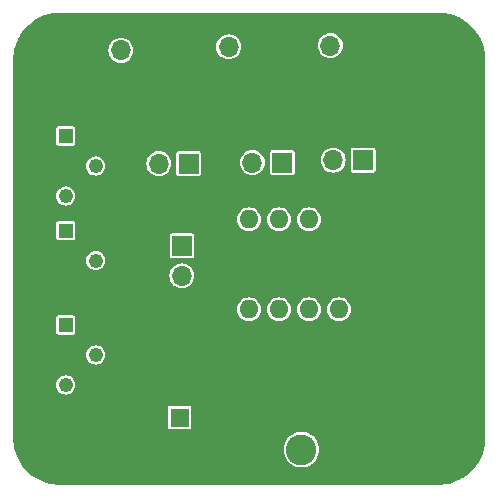
<source format=gbr>
%TF.GenerationSoftware,KiCad,Pcbnew,8.0.5*%
%TF.CreationDate,2024-09-29T15:37:39+05:30*%
%TF.ProjectId,waveform_generator,77617665-666f-4726-9d5f-67656e657261,rev?*%
%TF.SameCoordinates,Original*%
%TF.FileFunction,Copper,L2,Bot*%
%TF.FilePolarity,Positive*%
%FSLAX46Y46*%
G04 Gerber Fmt 4.6, Leading zero omitted, Abs format (unit mm)*
G04 Created by KiCad (PCBNEW 8.0.5) date 2024-09-29 15:37:39*
%MOMM*%
%LPD*%
G01*
G04 APERTURE LIST*
%TA.AperFunction,ComponentPad*%
%ADD10R,2.600000X2.600000*%
%TD*%
%TA.AperFunction,ComponentPad*%
%ADD11C,2.600000*%
%TD*%
%TA.AperFunction,ComponentPad*%
%ADD12C,0.700000*%
%TD*%
%TA.AperFunction,ComponentPad*%
%ADD13C,4.400000*%
%TD*%
%TA.AperFunction,ComponentPad*%
%ADD14R,1.700000X1.700000*%
%TD*%
%TA.AperFunction,ComponentPad*%
%ADD15O,1.700000X1.700000*%
%TD*%
%TA.AperFunction,ComponentPad*%
%ADD16R,1.222000X1.222000*%
%TD*%
%TA.AperFunction,ComponentPad*%
%ADD17C,1.222000*%
%TD*%
%TA.AperFunction,ComponentPad*%
%ADD18R,1.600000X1.600000*%
%TD*%
%TA.AperFunction,ComponentPad*%
%ADD19O,1.600000X1.600000*%
%TD*%
%TA.AperFunction,ComponentPad*%
%ADD20C,1.600000*%
%TD*%
%TA.AperFunction,ViaPad*%
%ADD21C,0.600000*%
%TD*%
%TA.AperFunction,Conductor*%
%ADD22C,0.200000*%
%TD*%
G04 APERTURE END LIST*
D10*
%TO.P,J4,1,Pin_1*%
%TO.N,GND*%
X209500000Y-87000000D03*
D11*
%TO.P,J4,2,Pin_2*%
%TO.N,Net-(D1-A)*%
X204420000Y-87000000D03*
%TD*%
D12*
%TO.P,H4,1,1*%
%TO.N,GND*%
X181700000Y-86166726D03*
X182183274Y-85000000D03*
X182183274Y-87333452D03*
X183350000Y-84516726D03*
D13*
X183350000Y-86166726D03*
D12*
X183350000Y-87816726D03*
X184516726Y-85000000D03*
X184516726Y-87333452D03*
X185000000Y-86166726D03*
%TD*%
D14*
%TO.P,JP4,1,A*%
%TO.N,PWM_OUT*%
X209640000Y-62500000D03*
D15*
%TO.P,JP4,2,B*%
%TO.N,Net-(JP4-B)*%
X207100000Y-62500000D03*
%TD*%
D14*
%TO.P,J1,1,Pin_1*%
%TO.N,GND*%
X191675000Y-53200000D03*
D15*
%TO.P,J1,2,Pin_2*%
%TO.N,Net-(J1-Pin_2)*%
X189135000Y-53200000D03*
%TD*%
D14*
%TO.P,J2,1,Pin_1*%
%TO.N,GND*%
X200800000Y-52900000D03*
D15*
%TO.P,J2,2,Pin_2*%
%TO.N,Net-(J2-Pin_2)*%
X198260000Y-52900000D03*
%TD*%
D16*
%TO.P,RV4,1,1*%
%TO.N,Net-(D2-A)*%
X184460000Y-76460000D03*
D17*
%TO.P,RV4,2,2*%
%TO.N,Net-(D2-K)*%
X187000000Y-79000000D03*
%TO.P,RV4,3,3*%
X184460000Y-81540000D03*
%TD*%
D18*
%TO.P,U1,1,GND*%
%TO.N,GND*%
X207600000Y-67500000D03*
D19*
%TO.P,U1,2,TRIG*%
%TO.N,Net-(D2-K)*%
X205060000Y-67500000D03*
%TO.P,U1,3,out*%
%TO.N,PWM_OUT*%
X202520000Y-67500000D03*
%TO.P,U1,4,~{RESET}*%
%TO.N,VCC*%
X199980000Y-67500000D03*
%TO.P,U1,5,CONT*%
%TO.N,Net-(JP1-B)*%
X199980000Y-75120000D03*
%TO.P,U1,6,THRES*%
%TO.N,Net-(D2-K)*%
X202520000Y-75120000D03*
%TO.P,U1,7,DISCH*%
%TO.N,Net-(D2-A)*%
X205060000Y-75120000D03*
%TO.P,U1,8,Vcc*%
%TO.N,VCC*%
X207600000Y-75120000D03*
%TD*%
D12*
%TO.P,H2,1,1*%
%TO.N,GND*%
X214683274Y-85766726D03*
X215166548Y-84600000D03*
X215166548Y-86933452D03*
X216333274Y-84116726D03*
D13*
X216333274Y-85766726D03*
D12*
X216333274Y-87416726D03*
X217500000Y-84600000D03*
X217500000Y-86933452D03*
X217983274Y-85766726D03*
%TD*%
D16*
%TO.P,RV2,1,1*%
%TO.N,Net-(R1-Pad2)*%
X184460000Y-68460000D03*
D17*
%TO.P,RV2,2,2*%
%TO.N,Net-(JP1-A)*%
X187000000Y-71000000D03*
%TO.P,RV2,3,3*%
%TO.N,GND*%
X184460000Y-73540000D03*
%TD*%
D14*
%TO.P,JP2,1,A*%
%TO.N,PWM_OUT*%
X194875000Y-62800000D03*
D15*
%TO.P,JP2,2,B*%
%TO.N,Net-(J1-Pin_2)*%
X192335000Y-62800000D03*
%TD*%
D16*
%TO.P,RV1,1,1*%
%TO.N,VCC*%
X184460000Y-60460000D03*
D17*
%TO.P,RV1,2,2*%
%TO.N,Net-(D2-A)*%
X187000000Y-63000000D03*
%TO.P,RV1,3,3*%
%TO.N,unconnected-(RV1-Pad3)*%
X184460000Y-65540000D03*
%TD*%
D14*
%TO.P,JP3,1,A*%
%TO.N,PWM_OUT*%
X202800000Y-62700000D03*
D15*
%TO.P,JP3,2,B*%
%TO.N,Net-(JP3-B)*%
X200260000Y-62700000D03*
%TD*%
D18*
%TO.P,C7,1*%
%TO.N,VCC*%
X194100000Y-84294888D03*
D20*
%TO.P,C7,2*%
%TO.N,GND*%
X194100000Y-86794888D03*
%TD*%
D12*
%TO.P,H1,1,1*%
%TO.N,GND*%
X181716726Y-53533274D03*
X182200000Y-52366548D03*
X182200000Y-54700000D03*
X183366726Y-51883274D03*
D13*
X183366726Y-53533274D03*
D12*
X183366726Y-55183274D03*
X184533452Y-52366548D03*
X184533452Y-54700000D03*
X185016726Y-53533274D03*
%TD*%
D14*
%TO.P,JP1,1,A*%
%TO.N,Net-(JP1-A)*%
X194300000Y-69760000D03*
D15*
%TO.P,JP1,2,B*%
%TO.N,Net-(JP1-B)*%
X194300000Y-72300000D03*
%TD*%
D14*
%TO.P,J3,1,Pin_1*%
%TO.N,GND*%
X209400000Y-52800000D03*
D15*
%TO.P,J3,2,Pin_2*%
%TO.N,Net-(J3-Pin_2)*%
X206860000Y-52800000D03*
%TD*%
D12*
%TO.P,H3,1,1*%
%TO.N,GND*%
X214700000Y-53600000D03*
X215183274Y-52433274D03*
X215183274Y-54766726D03*
X216350000Y-51950000D03*
D13*
X216350000Y-53600000D03*
D12*
X216350000Y-55250000D03*
X217516726Y-52433274D03*
X217516726Y-54766726D03*
X218000000Y-53600000D03*
%TD*%
D21*
%TO.N,GND*%
X196500000Y-80000000D03*
%TD*%
D22*
%TO.N,Net-(J3-Pin_2)*%
X206860000Y-52800000D02*
X206800000Y-52800000D01*
%TD*%
%TA.AperFunction,Conductor*%
%TO.N,GND*%
G36*
X216000733Y-50000008D02*
G01*
X216191077Y-50002343D01*
X216201681Y-50002930D01*
X216581224Y-50040312D01*
X216593249Y-50042096D01*
X216966527Y-50116345D01*
X216978329Y-50119301D01*
X217342544Y-50229785D01*
X217354002Y-50233885D01*
X217705627Y-50379532D01*
X217716626Y-50384734D01*
X218052282Y-50564147D01*
X218062713Y-50570399D01*
X218379169Y-50781849D01*
X218388942Y-50789097D01*
X218683148Y-51030544D01*
X218692165Y-51038717D01*
X218961282Y-51307834D01*
X218969455Y-51316851D01*
X219210902Y-51611057D01*
X219218150Y-51620830D01*
X219429600Y-51937286D01*
X219435856Y-51947724D01*
X219615264Y-52283372D01*
X219620467Y-52294372D01*
X219766114Y-52645997D01*
X219770214Y-52657455D01*
X219880698Y-53021670D01*
X219883654Y-53033474D01*
X219957902Y-53406744D01*
X219959688Y-53418781D01*
X219997068Y-53798304D01*
X219997656Y-53808937D01*
X219999991Y-53999266D01*
X220000000Y-54000787D01*
X220000000Y-85999212D01*
X219999991Y-86000733D01*
X219997656Y-86191062D01*
X219997068Y-86201695D01*
X219959688Y-86581218D01*
X219957902Y-86593255D01*
X219883654Y-86966525D01*
X219880698Y-86978329D01*
X219770214Y-87342544D01*
X219766114Y-87354002D01*
X219620467Y-87705627D01*
X219615264Y-87716627D01*
X219435856Y-88052275D01*
X219429600Y-88062713D01*
X219218150Y-88379169D01*
X219210902Y-88388942D01*
X218969455Y-88683148D01*
X218961282Y-88692165D01*
X218692165Y-88961282D01*
X218683148Y-88969455D01*
X218388942Y-89210902D01*
X218379169Y-89218150D01*
X218062713Y-89429600D01*
X218052275Y-89435856D01*
X217716627Y-89615264D01*
X217705627Y-89620467D01*
X217354002Y-89766114D01*
X217342544Y-89770214D01*
X216978329Y-89880698D01*
X216966525Y-89883654D01*
X216593255Y-89957902D01*
X216581218Y-89959688D01*
X216201695Y-89997068D01*
X216191062Y-89997656D01*
X216000734Y-89999991D01*
X215999213Y-90000000D01*
X184000787Y-90000000D01*
X183999266Y-89999991D01*
X183808937Y-89997656D01*
X183798304Y-89997068D01*
X183418781Y-89959688D01*
X183406744Y-89957902D01*
X183033474Y-89883654D01*
X183021670Y-89880698D01*
X182657455Y-89770214D01*
X182645997Y-89766114D01*
X182294372Y-89620467D01*
X182283372Y-89615264D01*
X181947724Y-89435856D01*
X181937286Y-89429600D01*
X181620830Y-89218150D01*
X181611057Y-89210902D01*
X181316851Y-88969455D01*
X181307834Y-88961282D01*
X181038717Y-88692165D01*
X181030544Y-88683148D01*
X180789097Y-88388942D01*
X180781849Y-88379169D01*
X180570399Y-88062713D01*
X180564143Y-88052275D01*
X180495996Y-87924782D01*
X180384734Y-87716626D01*
X180379532Y-87705627D01*
X180233885Y-87354002D01*
X180229785Y-87342544D01*
X180125873Y-86999994D01*
X202914357Y-86999994D01*
X202914357Y-87000005D01*
X202934890Y-87247812D01*
X202934892Y-87247824D01*
X202995936Y-87488881D01*
X203095826Y-87716606D01*
X203231833Y-87924782D01*
X203231836Y-87924785D01*
X203400256Y-88107738D01*
X203596491Y-88260474D01*
X203815190Y-88378828D01*
X204050386Y-88459571D01*
X204295665Y-88500500D01*
X204544335Y-88500500D01*
X204789614Y-88459571D01*
X205024810Y-88378828D01*
X205243509Y-88260474D01*
X205439744Y-88107738D01*
X205608164Y-87924785D01*
X205744173Y-87716607D01*
X205844063Y-87488881D01*
X205905108Y-87247821D01*
X205925643Y-87000000D01*
X205923847Y-86978329D01*
X205905109Y-86752187D01*
X205905107Y-86752175D01*
X205844063Y-86511118D01*
X205744173Y-86283393D01*
X205608166Y-86075217D01*
X205586557Y-86051744D01*
X205439744Y-85892262D01*
X205243509Y-85739526D01*
X205243507Y-85739525D01*
X205243506Y-85739524D01*
X205024811Y-85621172D01*
X205024802Y-85621169D01*
X204789616Y-85540429D01*
X204544335Y-85499500D01*
X204295665Y-85499500D01*
X204050383Y-85540429D01*
X203815197Y-85621169D01*
X203815188Y-85621172D01*
X203596493Y-85739524D01*
X203400257Y-85892261D01*
X203231833Y-86075217D01*
X203095826Y-86283393D01*
X202995936Y-86511118D01*
X202934892Y-86752175D01*
X202934890Y-86752187D01*
X202914357Y-86999994D01*
X180125873Y-86999994D01*
X180119301Y-86978329D01*
X180116345Y-86966525D01*
X180042097Y-86593255D01*
X180040311Y-86581218D01*
X180010978Y-86283393D01*
X180002930Y-86201681D01*
X180002343Y-86191075D01*
X180000009Y-86000732D01*
X180000000Y-85999212D01*
X180000000Y-83475135D01*
X193099500Y-83475135D01*
X193099500Y-85114640D01*
X193111131Y-85173117D01*
X193111132Y-85173118D01*
X193155447Y-85239440D01*
X193221769Y-85283755D01*
X193221770Y-85283756D01*
X193280247Y-85295387D01*
X193280250Y-85295388D01*
X193280252Y-85295388D01*
X194919750Y-85295388D01*
X194919751Y-85295387D01*
X194934568Y-85292440D01*
X194978229Y-85283756D01*
X194978229Y-85283755D01*
X194978231Y-85283755D01*
X195044552Y-85239440D01*
X195088867Y-85173119D01*
X195088867Y-85173117D01*
X195088868Y-85173117D01*
X195100499Y-85114640D01*
X195100500Y-85114638D01*
X195100500Y-83475137D01*
X195100499Y-83475135D01*
X195088868Y-83416658D01*
X195088867Y-83416657D01*
X195044552Y-83350335D01*
X194978230Y-83306020D01*
X194978229Y-83306019D01*
X194919752Y-83294388D01*
X194919748Y-83294388D01*
X193280252Y-83294388D01*
X193280247Y-83294388D01*
X193221770Y-83306019D01*
X193221769Y-83306020D01*
X193155447Y-83350335D01*
X193111132Y-83416657D01*
X193111131Y-83416658D01*
X193099500Y-83475135D01*
X180000000Y-83475135D01*
X180000000Y-81539997D01*
X183643365Y-81539997D01*
X183643365Y-81540002D01*
X183663838Y-81721713D01*
X183663839Y-81721716D01*
X183724237Y-81894326D01*
X183821529Y-82049164D01*
X183950836Y-82178471D01*
X184105675Y-82275763D01*
X184278282Y-82336160D01*
X184278283Y-82336160D01*
X184278286Y-82336161D01*
X184459997Y-82356635D01*
X184460000Y-82356635D01*
X184460003Y-82356635D01*
X184641713Y-82336161D01*
X184641714Y-82336160D01*
X184641718Y-82336160D01*
X184814325Y-82275763D01*
X184969164Y-82178471D01*
X185098471Y-82049164D01*
X185195763Y-81894325D01*
X185256160Y-81721718D01*
X185276635Y-81540000D01*
X185276635Y-81539997D01*
X185256161Y-81358286D01*
X185256160Y-81358283D01*
X185195762Y-81185673D01*
X185098470Y-81030835D01*
X184969164Y-80901529D01*
X184814326Y-80804237D01*
X184641716Y-80743839D01*
X184641713Y-80743838D01*
X184460003Y-80723365D01*
X184459997Y-80723365D01*
X184278286Y-80743838D01*
X184278283Y-80743839D01*
X184105673Y-80804237D01*
X183950835Y-80901529D01*
X183821529Y-81030835D01*
X183724237Y-81185673D01*
X183663839Y-81358283D01*
X183663838Y-81358286D01*
X183643365Y-81539997D01*
X180000000Y-81539997D01*
X180000000Y-78999997D01*
X186183365Y-78999997D01*
X186183365Y-79000002D01*
X186203838Y-79181713D01*
X186203839Y-79181716D01*
X186264237Y-79354326D01*
X186361529Y-79509164D01*
X186490836Y-79638471D01*
X186645675Y-79735763D01*
X186818282Y-79796160D01*
X186818283Y-79796160D01*
X186818286Y-79796161D01*
X186999997Y-79816635D01*
X187000000Y-79816635D01*
X187000003Y-79816635D01*
X187181713Y-79796161D01*
X187181714Y-79796160D01*
X187181718Y-79796160D01*
X187354325Y-79735763D01*
X187509164Y-79638471D01*
X187638471Y-79509164D01*
X187735763Y-79354325D01*
X187796160Y-79181718D01*
X187816635Y-79000000D01*
X187816635Y-78999997D01*
X187796161Y-78818286D01*
X187796160Y-78818283D01*
X187735762Y-78645673D01*
X187638470Y-78490835D01*
X187509164Y-78361529D01*
X187354326Y-78264237D01*
X187181716Y-78203839D01*
X187181713Y-78203838D01*
X187000003Y-78183365D01*
X186999997Y-78183365D01*
X186818286Y-78203838D01*
X186818283Y-78203839D01*
X186645673Y-78264237D01*
X186490835Y-78361529D01*
X186361529Y-78490835D01*
X186264237Y-78645673D01*
X186203839Y-78818283D01*
X186203838Y-78818286D01*
X186183365Y-78999997D01*
X180000000Y-78999997D01*
X180000000Y-75829247D01*
X183648500Y-75829247D01*
X183648500Y-77090752D01*
X183660131Y-77149229D01*
X183660132Y-77149230D01*
X183704447Y-77215552D01*
X183770769Y-77259867D01*
X183770770Y-77259868D01*
X183829247Y-77271499D01*
X183829250Y-77271500D01*
X183829252Y-77271500D01*
X185090750Y-77271500D01*
X185090751Y-77271499D01*
X185105568Y-77268552D01*
X185149229Y-77259868D01*
X185149229Y-77259867D01*
X185149231Y-77259867D01*
X185215552Y-77215552D01*
X185259867Y-77149231D01*
X185259867Y-77149229D01*
X185259868Y-77149229D01*
X185271499Y-77090752D01*
X185271500Y-77090750D01*
X185271500Y-75829249D01*
X185271499Y-75829247D01*
X185259868Y-75770770D01*
X185259867Y-75770769D01*
X185215552Y-75704447D01*
X185149230Y-75660132D01*
X185149229Y-75660131D01*
X185090752Y-75648500D01*
X185090748Y-75648500D01*
X183829252Y-75648500D01*
X183829247Y-75648500D01*
X183770770Y-75660131D01*
X183770769Y-75660132D01*
X183704447Y-75704447D01*
X183660132Y-75770769D01*
X183660131Y-75770770D01*
X183648500Y-75829247D01*
X180000000Y-75829247D01*
X180000000Y-75120000D01*
X198974659Y-75120000D01*
X198993975Y-75316129D01*
X199051188Y-75504733D01*
X199144086Y-75678532D01*
X199144090Y-75678539D01*
X199269116Y-75830883D01*
X199421460Y-75955909D01*
X199421467Y-75955913D01*
X199595266Y-76048811D01*
X199595269Y-76048811D01*
X199595273Y-76048814D01*
X199783868Y-76106024D01*
X199980000Y-76125341D01*
X200176132Y-76106024D01*
X200364727Y-76048814D01*
X200538538Y-75955910D01*
X200690883Y-75830883D01*
X200815910Y-75678538D01*
X200908814Y-75504727D01*
X200966024Y-75316132D01*
X200985341Y-75120000D01*
X201514659Y-75120000D01*
X201533975Y-75316129D01*
X201591188Y-75504733D01*
X201684086Y-75678532D01*
X201684090Y-75678539D01*
X201809116Y-75830883D01*
X201961460Y-75955909D01*
X201961467Y-75955913D01*
X202135266Y-76048811D01*
X202135269Y-76048811D01*
X202135273Y-76048814D01*
X202323868Y-76106024D01*
X202520000Y-76125341D01*
X202716132Y-76106024D01*
X202904727Y-76048814D01*
X203078538Y-75955910D01*
X203230883Y-75830883D01*
X203355910Y-75678538D01*
X203448814Y-75504727D01*
X203506024Y-75316132D01*
X203525341Y-75120000D01*
X204054659Y-75120000D01*
X204073975Y-75316129D01*
X204131188Y-75504733D01*
X204224086Y-75678532D01*
X204224090Y-75678539D01*
X204349116Y-75830883D01*
X204501460Y-75955909D01*
X204501467Y-75955913D01*
X204675266Y-76048811D01*
X204675269Y-76048811D01*
X204675273Y-76048814D01*
X204863868Y-76106024D01*
X205060000Y-76125341D01*
X205256132Y-76106024D01*
X205444727Y-76048814D01*
X205618538Y-75955910D01*
X205770883Y-75830883D01*
X205895910Y-75678538D01*
X205988814Y-75504727D01*
X206046024Y-75316132D01*
X206065341Y-75120000D01*
X206594659Y-75120000D01*
X206613975Y-75316129D01*
X206671188Y-75504733D01*
X206764086Y-75678532D01*
X206764090Y-75678539D01*
X206889116Y-75830883D01*
X207041460Y-75955909D01*
X207041467Y-75955913D01*
X207215266Y-76048811D01*
X207215269Y-76048811D01*
X207215273Y-76048814D01*
X207403868Y-76106024D01*
X207600000Y-76125341D01*
X207796132Y-76106024D01*
X207984727Y-76048814D01*
X208158538Y-75955910D01*
X208310883Y-75830883D01*
X208435910Y-75678538D01*
X208528814Y-75504727D01*
X208586024Y-75316132D01*
X208605341Y-75120000D01*
X208586024Y-74923868D01*
X208528814Y-74735273D01*
X208528811Y-74735269D01*
X208528811Y-74735266D01*
X208435913Y-74561467D01*
X208435909Y-74561460D01*
X208310883Y-74409116D01*
X208158539Y-74284090D01*
X208158532Y-74284086D01*
X207984733Y-74191188D01*
X207984727Y-74191186D01*
X207796132Y-74133976D01*
X207796129Y-74133975D01*
X207600000Y-74114659D01*
X207403870Y-74133975D01*
X207215266Y-74191188D01*
X207041467Y-74284086D01*
X207041460Y-74284090D01*
X206889116Y-74409116D01*
X206764090Y-74561460D01*
X206764086Y-74561467D01*
X206671188Y-74735266D01*
X206613975Y-74923870D01*
X206594659Y-75120000D01*
X206065341Y-75120000D01*
X206046024Y-74923868D01*
X205988814Y-74735273D01*
X205988811Y-74735269D01*
X205988811Y-74735266D01*
X205895913Y-74561467D01*
X205895909Y-74561460D01*
X205770883Y-74409116D01*
X205618539Y-74284090D01*
X205618532Y-74284086D01*
X205444733Y-74191188D01*
X205444727Y-74191186D01*
X205256132Y-74133976D01*
X205256129Y-74133975D01*
X205060000Y-74114659D01*
X204863870Y-74133975D01*
X204675266Y-74191188D01*
X204501467Y-74284086D01*
X204501460Y-74284090D01*
X204349116Y-74409116D01*
X204224090Y-74561460D01*
X204224086Y-74561467D01*
X204131188Y-74735266D01*
X204073975Y-74923870D01*
X204054659Y-75120000D01*
X203525341Y-75120000D01*
X203506024Y-74923868D01*
X203448814Y-74735273D01*
X203448811Y-74735269D01*
X203448811Y-74735266D01*
X203355913Y-74561467D01*
X203355909Y-74561460D01*
X203230883Y-74409116D01*
X203078539Y-74284090D01*
X203078532Y-74284086D01*
X202904733Y-74191188D01*
X202904727Y-74191186D01*
X202716132Y-74133976D01*
X202716129Y-74133975D01*
X202520000Y-74114659D01*
X202323870Y-74133975D01*
X202135266Y-74191188D01*
X201961467Y-74284086D01*
X201961460Y-74284090D01*
X201809116Y-74409116D01*
X201684090Y-74561460D01*
X201684086Y-74561467D01*
X201591188Y-74735266D01*
X201533975Y-74923870D01*
X201514659Y-75120000D01*
X200985341Y-75120000D01*
X200966024Y-74923868D01*
X200908814Y-74735273D01*
X200908811Y-74735269D01*
X200908811Y-74735266D01*
X200815913Y-74561467D01*
X200815909Y-74561460D01*
X200690883Y-74409116D01*
X200538539Y-74284090D01*
X200538532Y-74284086D01*
X200364733Y-74191188D01*
X200364727Y-74191186D01*
X200176132Y-74133976D01*
X200176129Y-74133975D01*
X199980000Y-74114659D01*
X199783870Y-74133975D01*
X199595266Y-74191188D01*
X199421467Y-74284086D01*
X199421460Y-74284090D01*
X199269116Y-74409116D01*
X199144090Y-74561460D01*
X199144086Y-74561467D01*
X199051188Y-74735266D01*
X198993975Y-74923870D01*
X198974659Y-75120000D01*
X180000000Y-75120000D01*
X180000000Y-72300000D01*
X193244417Y-72300000D01*
X193264699Y-72505932D01*
X193264700Y-72505934D01*
X193324768Y-72703954D01*
X193422315Y-72886450D01*
X193422317Y-72886452D01*
X193553589Y-73046410D01*
X193650209Y-73125702D01*
X193713550Y-73177685D01*
X193896046Y-73275232D01*
X194094066Y-73335300D01*
X194094065Y-73335300D01*
X194112529Y-73337118D01*
X194300000Y-73355583D01*
X194505934Y-73335300D01*
X194703954Y-73275232D01*
X194886450Y-73177685D01*
X195046410Y-73046410D01*
X195177685Y-72886450D01*
X195275232Y-72703954D01*
X195335300Y-72505934D01*
X195355583Y-72300000D01*
X195335300Y-72094066D01*
X195275232Y-71896046D01*
X195177685Y-71713550D01*
X195116069Y-71638470D01*
X195046410Y-71553589D01*
X194886452Y-71422317D01*
X194886453Y-71422317D01*
X194886450Y-71422315D01*
X194703954Y-71324768D01*
X194505934Y-71264700D01*
X194505932Y-71264699D01*
X194505934Y-71264699D01*
X194300000Y-71244417D01*
X194094067Y-71264699D01*
X193896043Y-71324769D01*
X193840749Y-71354325D01*
X193713550Y-71422315D01*
X193713548Y-71422316D01*
X193713547Y-71422317D01*
X193553589Y-71553589D01*
X193422317Y-71713547D01*
X193422315Y-71713550D01*
X193410442Y-71735763D01*
X193324769Y-71896043D01*
X193264699Y-72094067D01*
X193244417Y-72300000D01*
X180000000Y-72300000D01*
X180000000Y-70999997D01*
X186183365Y-70999997D01*
X186183365Y-71000002D01*
X186203838Y-71181713D01*
X186203839Y-71181716D01*
X186264237Y-71354326D01*
X186306958Y-71422315D01*
X186361529Y-71509164D01*
X186490836Y-71638471D01*
X186582419Y-71696017D01*
X186610318Y-71713547D01*
X186645675Y-71735763D01*
X186818282Y-71796160D01*
X186818283Y-71796160D01*
X186818286Y-71796161D01*
X186999997Y-71816635D01*
X187000000Y-71816635D01*
X187000003Y-71816635D01*
X187181713Y-71796161D01*
X187181714Y-71796160D01*
X187181718Y-71796160D01*
X187354325Y-71735763D01*
X187509164Y-71638471D01*
X187638471Y-71509164D01*
X187735763Y-71354325D01*
X187796160Y-71181718D01*
X187816635Y-71000000D01*
X187816635Y-70999997D01*
X187796161Y-70818286D01*
X187796160Y-70818283D01*
X187793436Y-70810499D01*
X187735763Y-70645675D01*
X187725755Y-70629748D01*
X187638470Y-70490835D01*
X187509164Y-70361529D01*
X187354326Y-70264237D01*
X187181716Y-70203839D01*
X187181713Y-70203838D01*
X187000003Y-70183365D01*
X186999997Y-70183365D01*
X186818286Y-70203838D01*
X186818283Y-70203839D01*
X186645673Y-70264237D01*
X186490835Y-70361529D01*
X186361529Y-70490835D01*
X186264237Y-70645673D01*
X186203839Y-70818283D01*
X186203838Y-70818286D01*
X186183365Y-70999997D01*
X180000000Y-70999997D01*
X180000000Y-67829247D01*
X183648500Y-67829247D01*
X183648500Y-69090752D01*
X183660131Y-69149229D01*
X183660132Y-69149230D01*
X183704447Y-69215552D01*
X183770769Y-69259867D01*
X183770770Y-69259868D01*
X183829247Y-69271499D01*
X183829250Y-69271500D01*
X183829252Y-69271500D01*
X185090750Y-69271500D01*
X185090751Y-69271499D01*
X185105568Y-69268552D01*
X185149229Y-69259868D01*
X185149229Y-69259867D01*
X185149231Y-69259867D01*
X185215552Y-69215552D01*
X185259867Y-69149231D01*
X185259867Y-69149229D01*
X185259868Y-69149229D01*
X185271499Y-69090752D01*
X185271500Y-69090750D01*
X185271500Y-68890247D01*
X193249500Y-68890247D01*
X193249500Y-70629752D01*
X193261131Y-70688229D01*
X193261132Y-70688230D01*
X193305447Y-70754552D01*
X193371769Y-70798867D01*
X193371770Y-70798868D01*
X193430247Y-70810499D01*
X193430250Y-70810500D01*
X193430252Y-70810500D01*
X195169750Y-70810500D01*
X195169751Y-70810499D01*
X195184568Y-70807552D01*
X195228229Y-70798868D01*
X195228229Y-70798867D01*
X195228231Y-70798867D01*
X195294552Y-70754552D01*
X195338867Y-70688231D01*
X195338867Y-70688229D01*
X195338868Y-70688229D01*
X195350499Y-70629752D01*
X195350500Y-70629750D01*
X195350500Y-68890249D01*
X195350499Y-68890247D01*
X195338868Y-68831770D01*
X195338867Y-68831769D01*
X195294552Y-68765447D01*
X195228230Y-68721132D01*
X195228229Y-68721131D01*
X195169752Y-68709500D01*
X195169748Y-68709500D01*
X193430252Y-68709500D01*
X193430247Y-68709500D01*
X193371770Y-68721131D01*
X193371769Y-68721132D01*
X193305447Y-68765447D01*
X193261132Y-68831769D01*
X193261131Y-68831770D01*
X193249500Y-68890247D01*
X185271500Y-68890247D01*
X185271500Y-67829249D01*
X185271499Y-67829247D01*
X185259868Y-67770770D01*
X185259867Y-67770769D01*
X185215552Y-67704447D01*
X185149230Y-67660132D01*
X185149229Y-67660131D01*
X185090752Y-67648500D01*
X185090748Y-67648500D01*
X183829252Y-67648500D01*
X183829247Y-67648500D01*
X183770770Y-67660131D01*
X183770769Y-67660132D01*
X183704447Y-67704447D01*
X183660132Y-67770769D01*
X183660131Y-67770770D01*
X183648500Y-67829247D01*
X180000000Y-67829247D01*
X180000000Y-67500000D01*
X198974659Y-67500000D01*
X198993975Y-67696129D01*
X199051188Y-67884733D01*
X199144086Y-68058532D01*
X199144090Y-68058539D01*
X199269116Y-68210883D01*
X199421460Y-68335909D01*
X199421467Y-68335913D01*
X199595266Y-68428811D01*
X199595269Y-68428811D01*
X199595273Y-68428814D01*
X199783868Y-68486024D01*
X199980000Y-68505341D01*
X200176132Y-68486024D01*
X200364727Y-68428814D01*
X200538538Y-68335910D01*
X200690883Y-68210883D01*
X200815910Y-68058538D01*
X200908814Y-67884727D01*
X200966024Y-67696132D01*
X200985341Y-67500000D01*
X201514659Y-67500000D01*
X201533975Y-67696129D01*
X201591188Y-67884733D01*
X201684086Y-68058532D01*
X201684090Y-68058539D01*
X201809116Y-68210883D01*
X201961460Y-68335909D01*
X201961467Y-68335913D01*
X202135266Y-68428811D01*
X202135269Y-68428811D01*
X202135273Y-68428814D01*
X202323868Y-68486024D01*
X202520000Y-68505341D01*
X202716132Y-68486024D01*
X202904727Y-68428814D01*
X203078538Y-68335910D01*
X203230883Y-68210883D01*
X203355910Y-68058538D01*
X203448814Y-67884727D01*
X203506024Y-67696132D01*
X203525341Y-67500000D01*
X204054659Y-67500000D01*
X204073975Y-67696129D01*
X204131188Y-67884733D01*
X204224086Y-68058532D01*
X204224090Y-68058539D01*
X204349116Y-68210883D01*
X204501460Y-68335909D01*
X204501467Y-68335913D01*
X204675266Y-68428811D01*
X204675269Y-68428811D01*
X204675273Y-68428814D01*
X204863868Y-68486024D01*
X205060000Y-68505341D01*
X205256132Y-68486024D01*
X205444727Y-68428814D01*
X205618538Y-68335910D01*
X205770883Y-68210883D01*
X205895910Y-68058538D01*
X205988814Y-67884727D01*
X206046024Y-67696132D01*
X206065341Y-67500000D01*
X206046024Y-67303868D01*
X205988814Y-67115273D01*
X205988811Y-67115269D01*
X205988811Y-67115266D01*
X205895913Y-66941467D01*
X205895909Y-66941460D01*
X205770883Y-66789116D01*
X205618539Y-66664090D01*
X205618532Y-66664086D01*
X205444733Y-66571188D01*
X205444727Y-66571186D01*
X205256132Y-66513976D01*
X205256129Y-66513975D01*
X205060000Y-66494659D01*
X204863870Y-66513975D01*
X204675266Y-66571188D01*
X204501467Y-66664086D01*
X204501460Y-66664090D01*
X204349116Y-66789116D01*
X204224090Y-66941460D01*
X204224086Y-66941467D01*
X204131188Y-67115266D01*
X204073975Y-67303870D01*
X204054659Y-67500000D01*
X203525341Y-67500000D01*
X203506024Y-67303868D01*
X203448814Y-67115273D01*
X203448811Y-67115269D01*
X203448811Y-67115266D01*
X203355913Y-66941467D01*
X203355909Y-66941460D01*
X203230883Y-66789116D01*
X203078539Y-66664090D01*
X203078532Y-66664086D01*
X202904733Y-66571188D01*
X202904727Y-66571186D01*
X202716132Y-66513976D01*
X202716129Y-66513975D01*
X202520000Y-66494659D01*
X202323870Y-66513975D01*
X202135266Y-66571188D01*
X201961467Y-66664086D01*
X201961460Y-66664090D01*
X201809116Y-66789116D01*
X201684090Y-66941460D01*
X201684086Y-66941467D01*
X201591188Y-67115266D01*
X201533975Y-67303870D01*
X201514659Y-67500000D01*
X200985341Y-67500000D01*
X200966024Y-67303868D01*
X200908814Y-67115273D01*
X200908811Y-67115269D01*
X200908811Y-67115266D01*
X200815913Y-66941467D01*
X200815909Y-66941460D01*
X200690883Y-66789116D01*
X200538539Y-66664090D01*
X200538532Y-66664086D01*
X200364733Y-66571188D01*
X200364727Y-66571186D01*
X200176132Y-66513976D01*
X200176129Y-66513975D01*
X199980000Y-66494659D01*
X199783870Y-66513975D01*
X199595266Y-66571188D01*
X199421467Y-66664086D01*
X199421460Y-66664090D01*
X199269116Y-66789116D01*
X199144090Y-66941460D01*
X199144086Y-66941467D01*
X199051188Y-67115266D01*
X198993975Y-67303870D01*
X198974659Y-67500000D01*
X180000000Y-67500000D01*
X180000000Y-65539997D01*
X183643365Y-65539997D01*
X183643365Y-65540002D01*
X183663838Y-65721713D01*
X183663839Y-65721716D01*
X183724237Y-65894326D01*
X183821529Y-66049164D01*
X183950836Y-66178471D01*
X184105675Y-66275763D01*
X184278282Y-66336160D01*
X184278283Y-66336160D01*
X184278286Y-66336161D01*
X184459997Y-66356635D01*
X184460000Y-66356635D01*
X184460003Y-66356635D01*
X184641713Y-66336161D01*
X184641714Y-66336160D01*
X184641718Y-66336160D01*
X184814325Y-66275763D01*
X184969164Y-66178471D01*
X185098471Y-66049164D01*
X185195763Y-65894325D01*
X185256160Y-65721718D01*
X185276635Y-65540000D01*
X185276635Y-65539997D01*
X185256161Y-65358286D01*
X185256160Y-65358283D01*
X185195762Y-65185673D01*
X185098470Y-65030835D01*
X184969164Y-64901529D01*
X184814326Y-64804237D01*
X184641716Y-64743839D01*
X184641713Y-64743838D01*
X184460003Y-64723365D01*
X184459997Y-64723365D01*
X184278286Y-64743838D01*
X184278283Y-64743839D01*
X184105673Y-64804237D01*
X183950835Y-64901529D01*
X183821529Y-65030835D01*
X183724237Y-65185673D01*
X183663839Y-65358283D01*
X183663838Y-65358286D01*
X183643365Y-65539997D01*
X180000000Y-65539997D01*
X180000000Y-62999997D01*
X186183365Y-62999997D01*
X186183365Y-63000002D01*
X186203838Y-63181713D01*
X186203839Y-63181716D01*
X186264237Y-63354326D01*
X186310675Y-63428231D01*
X186361529Y-63509164D01*
X186490836Y-63638471D01*
X186549341Y-63675232D01*
X186633684Y-63728229D01*
X186645675Y-63735763D01*
X186818282Y-63796160D01*
X186818283Y-63796160D01*
X186818286Y-63796161D01*
X186999997Y-63816635D01*
X187000000Y-63816635D01*
X187000003Y-63816635D01*
X187181713Y-63796161D01*
X187181714Y-63796160D01*
X187181718Y-63796160D01*
X187354325Y-63735763D01*
X187509164Y-63638471D01*
X187638471Y-63509164D01*
X187735763Y-63354325D01*
X187796160Y-63181718D01*
X187806895Y-63086450D01*
X187816635Y-63000002D01*
X187816635Y-62999997D01*
X187796161Y-62818286D01*
X187796160Y-62818283D01*
X187789763Y-62800000D01*
X191279417Y-62800000D01*
X191299699Y-63005932D01*
X191299700Y-63005934D01*
X191359768Y-63203954D01*
X191457315Y-63386450D01*
X191457317Y-63386452D01*
X191588589Y-63546410D01*
X191685209Y-63625702D01*
X191748550Y-63677685D01*
X191931046Y-63775232D01*
X192129066Y-63835300D01*
X192129065Y-63835300D01*
X192147529Y-63837118D01*
X192335000Y-63855583D01*
X192540934Y-63835300D01*
X192738954Y-63775232D01*
X192921450Y-63677685D01*
X193081410Y-63546410D01*
X193212685Y-63386450D01*
X193310232Y-63203954D01*
X193370300Y-63005934D01*
X193390583Y-62800000D01*
X193370300Y-62594066D01*
X193310232Y-62396046D01*
X193212685Y-62213550D01*
X193116253Y-62096046D01*
X193081410Y-62053589D01*
X192931121Y-61930252D01*
X192931115Y-61930247D01*
X193824500Y-61930247D01*
X193824500Y-63669752D01*
X193836131Y-63728229D01*
X193836132Y-63728230D01*
X193880447Y-63794552D01*
X193946769Y-63838867D01*
X193946770Y-63838868D01*
X194005247Y-63850499D01*
X194005250Y-63850500D01*
X194005252Y-63850500D01*
X195744750Y-63850500D01*
X195744751Y-63850499D01*
X195759568Y-63847552D01*
X195803229Y-63838868D01*
X195803229Y-63838867D01*
X195803231Y-63838867D01*
X195869552Y-63794552D01*
X195913867Y-63728231D01*
X195913867Y-63728229D01*
X195913868Y-63728229D01*
X195924409Y-63675232D01*
X195925500Y-63669748D01*
X195925500Y-62700000D01*
X199204417Y-62700000D01*
X199224699Y-62905932D01*
X199224700Y-62905934D01*
X199284768Y-63103954D01*
X199382315Y-63286450D01*
X199382317Y-63286452D01*
X199513589Y-63446410D01*
X199590056Y-63509164D01*
X199673550Y-63577685D01*
X199856046Y-63675232D01*
X200054066Y-63735300D01*
X200054065Y-63735300D01*
X200072529Y-63737118D01*
X200260000Y-63755583D01*
X200465934Y-63735300D01*
X200663954Y-63675232D01*
X200846450Y-63577685D01*
X201006410Y-63446410D01*
X201137685Y-63286450D01*
X201235232Y-63103954D01*
X201295300Y-62905934D01*
X201315583Y-62700000D01*
X201295300Y-62494066D01*
X201235232Y-62296046D01*
X201137685Y-62113550D01*
X201085702Y-62050209D01*
X201006410Y-61953589D01*
X200856121Y-61830252D01*
X200856115Y-61830247D01*
X201749500Y-61830247D01*
X201749500Y-63569752D01*
X201761131Y-63628229D01*
X201761132Y-63628230D01*
X201805447Y-63694552D01*
X201871769Y-63738867D01*
X201871770Y-63738868D01*
X201930247Y-63750499D01*
X201930250Y-63750500D01*
X201930252Y-63750500D01*
X203669750Y-63750500D01*
X203669751Y-63750499D01*
X203684568Y-63747552D01*
X203728229Y-63738868D01*
X203728229Y-63738867D01*
X203728231Y-63738867D01*
X203794552Y-63694552D01*
X203838867Y-63628231D01*
X203838867Y-63628229D01*
X203838868Y-63628229D01*
X203850499Y-63569752D01*
X203850500Y-63569750D01*
X203850500Y-62500000D01*
X206044417Y-62500000D01*
X206064699Y-62705932D01*
X206064700Y-62705934D01*
X206124768Y-62903954D01*
X206222315Y-63086450D01*
X206222317Y-63086452D01*
X206353589Y-63246410D01*
X206450209Y-63325702D01*
X206513550Y-63377685D01*
X206696046Y-63475232D01*
X206894066Y-63535300D01*
X206894065Y-63535300D01*
X206912529Y-63537118D01*
X207100000Y-63555583D01*
X207305934Y-63535300D01*
X207503954Y-63475232D01*
X207686450Y-63377685D01*
X207846410Y-63246410D01*
X207977685Y-63086450D01*
X208075232Y-62903954D01*
X208135300Y-62705934D01*
X208155583Y-62500000D01*
X208135300Y-62294066D01*
X208075232Y-62096046D01*
X207977685Y-61913550D01*
X207909322Y-61830249D01*
X207846410Y-61753589D01*
X207719575Y-61649500D01*
X207696115Y-61630247D01*
X208589500Y-61630247D01*
X208589500Y-63369752D01*
X208601131Y-63428229D01*
X208601132Y-63428230D01*
X208645447Y-63494552D01*
X208711769Y-63538867D01*
X208711770Y-63538868D01*
X208770247Y-63550499D01*
X208770250Y-63550500D01*
X208770252Y-63550500D01*
X210509750Y-63550500D01*
X210509751Y-63550499D01*
X210530310Y-63546410D01*
X210568229Y-63538868D01*
X210568229Y-63538867D01*
X210568231Y-63538867D01*
X210634552Y-63494552D01*
X210678867Y-63428231D01*
X210678867Y-63428229D01*
X210678868Y-63428229D01*
X210690499Y-63369752D01*
X210690500Y-63369750D01*
X210690500Y-61630249D01*
X210690499Y-61630247D01*
X210678868Y-61571770D01*
X210678867Y-61571769D01*
X210634552Y-61505447D01*
X210568230Y-61461132D01*
X210568229Y-61461131D01*
X210509752Y-61449500D01*
X210509748Y-61449500D01*
X208770252Y-61449500D01*
X208770247Y-61449500D01*
X208711770Y-61461131D01*
X208711769Y-61461132D01*
X208645447Y-61505447D01*
X208601132Y-61571769D01*
X208601131Y-61571770D01*
X208589500Y-61630247D01*
X207696115Y-61630247D01*
X207686450Y-61622315D01*
X207503954Y-61524768D01*
X207305934Y-61464700D01*
X207305932Y-61464699D01*
X207305934Y-61464699D01*
X207100000Y-61444417D01*
X206894067Y-61464699D01*
X206696043Y-61524769D01*
X206608114Y-61571769D01*
X206513550Y-61622315D01*
X206513548Y-61622316D01*
X206513547Y-61622317D01*
X206353589Y-61753589D01*
X206222317Y-61913547D01*
X206124769Y-62096043D01*
X206064699Y-62294067D01*
X206044417Y-62500000D01*
X203850500Y-62500000D01*
X203850500Y-61830249D01*
X203850499Y-61830247D01*
X203838868Y-61771770D01*
X203838867Y-61771769D01*
X203794552Y-61705447D01*
X203728230Y-61661132D01*
X203728229Y-61661131D01*
X203669752Y-61649500D01*
X203669748Y-61649500D01*
X201930252Y-61649500D01*
X201930247Y-61649500D01*
X201871770Y-61661131D01*
X201871769Y-61661132D01*
X201805447Y-61705447D01*
X201761132Y-61771769D01*
X201761131Y-61771770D01*
X201749500Y-61830247D01*
X200856115Y-61830247D01*
X200846450Y-61822315D01*
X200663954Y-61724768D01*
X200465934Y-61664700D01*
X200465932Y-61664699D01*
X200465934Y-61664699D01*
X200260000Y-61644417D01*
X200054067Y-61664699D01*
X199856043Y-61724769D01*
X199802126Y-61753589D01*
X199673550Y-61822315D01*
X199673548Y-61822316D01*
X199673547Y-61822317D01*
X199513589Y-61953589D01*
X199382317Y-62113547D01*
X199284769Y-62296043D01*
X199224699Y-62494067D01*
X199204417Y-62700000D01*
X195925500Y-62700000D01*
X195925500Y-61930252D01*
X195925500Y-61930249D01*
X195925499Y-61930247D01*
X195913868Y-61871770D01*
X195913867Y-61871769D01*
X195869552Y-61805447D01*
X195803230Y-61761132D01*
X195803229Y-61761131D01*
X195744752Y-61749500D01*
X195744748Y-61749500D01*
X194005252Y-61749500D01*
X194005247Y-61749500D01*
X193946770Y-61761131D01*
X193946769Y-61761132D01*
X193880447Y-61805447D01*
X193836132Y-61871769D01*
X193836131Y-61871770D01*
X193824500Y-61930247D01*
X192931115Y-61930247D01*
X192921450Y-61922315D01*
X192738954Y-61824768D01*
X192540934Y-61764700D01*
X192540932Y-61764699D01*
X192540934Y-61764699D01*
X192335000Y-61744417D01*
X192129067Y-61764699D01*
X191931043Y-61824769D01*
X191843114Y-61871769D01*
X191748550Y-61922315D01*
X191748548Y-61922316D01*
X191748547Y-61922317D01*
X191588589Y-62053589D01*
X191457317Y-62213547D01*
X191359769Y-62396043D01*
X191299699Y-62594067D01*
X191279417Y-62800000D01*
X187789763Y-62800000D01*
X187756847Y-62705932D01*
X187735763Y-62645675D01*
X187703335Y-62594067D01*
X187640501Y-62494067D01*
X187638471Y-62490836D01*
X187509164Y-62361529D01*
X187404949Y-62296046D01*
X187354326Y-62264237D01*
X187181716Y-62203839D01*
X187181713Y-62203838D01*
X187000003Y-62183365D01*
X186999997Y-62183365D01*
X186818286Y-62203838D01*
X186818283Y-62203839D01*
X186645673Y-62264237D01*
X186490835Y-62361529D01*
X186361529Y-62490835D01*
X186264237Y-62645673D01*
X186203839Y-62818283D01*
X186203838Y-62818286D01*
X186183365Y-62999997D01*
X180000000Y-62999997D01*
X180000000Y-59829247D01*
X183648500Y-59829247D01*
X183648500Y-61090752D01*
X183660131Y-61149229D01*
X183660132Y-61149230D01*
X183704447Y-61215552D01*
X183770769Y-61259867D01*
X183770770Y-61259868D01*
X183829247Y-61271499D01*
X183829250Y-61271500D01*
X183829252Y-61271500D01*
X185090750Y-61271500D01*
X185090751Y-61271499D01*
X185105568Y-61268552D01*
X185149229Y-61259868D01*
X185149229Y-61259867D01*
X185149231Y-61259867D01*
X185215552Y-61215552D01*
X185259867Y-61149231D01*
X185259867Y-61149229D01*
X185259868Y-61149229D01*
X185271499Y-61090752D01*
X185271500Y-61090750D01*
X185271500Y-59829249D01*
X185271499Y-59829247D01*
X185259868Y-59770770D01*
X185259867Y-59770769D01*
X185215552Y-59704447D01*
X185149230Y-59660132D01*
X185149229Y-59660131D01*
X185090752Y-59648500D01*
X185090748Y-59648500D01*
X183829252Y-59648500D01*
X183829247Y-59648500D01*
X183770770Y-59660131D01*
X183770769Y-59660132D01*
X183704447Y-59704447D01*
X183660132Y-59770769D01*
X183660131Y-59770770D01*
X183648500Y-59829247D01*
X180000000Y-59829247D01*
X180000000Y-54000787D01*
X180000009Y-53999267D01*
X180000657Y-53946410D01*
X180002343Y-53808922D01*
X180002930Y-53798320D01*
X180040312Y-53418772D01*
X180042097Y-53406744D01*
X180046134Y-53386452D01*
X180083221Y-53200000D01*
X188079417Y-53200000D01*
X188099699Y-53405932D01*
X188103594Y-53418772D01*
X188159768Y-53603954D01*
X188257315Y-53786450D01*
X188291969Y-53828677D01*
X188388589Y-53946410D01*
X188454849Y-54000787D01*
X188548550Y-54077685D01*
X188731046Y-54175232D01*
X188929066Y-54235300D01*
X188929065Y-54235300D01*
X188947529Y-54237118D01*
X189135000Y-54255583D01*
X189340934Y-54235300D01*
X189538954Y-54175232D01*
X189721450Y-54077685D01*
X189881410Y-53946410D01*
X190012685Y-53786450D01*
X190110232Y-53603954D01*
X190170300Y-53405934D01*
X190190583Y-53200000D01*
X190170300Y-52994066D01*
X190141766Y-52900000D01*
X197204417Y-52900000D01*
X197224699Y-53105932D01*
X197224700Y-53105934D01*
X197284768Y-53303954D01*
X197382315Y-53486450D01*
X197382317Y-53486452D01*
X197513589Y-53646410D01*
X197610209Y-53725702D01*
X197673550Y-53777685D01*
X197856046Y-53875232D01*
X198054066Y-53935300D01*
X198054065Y-53935300D01*
X198072529Y-53937118D01*
X198260000Y-53955583D01*
X198465934Y-53935300D01*
X198663954Y-53875232D01*
X198846450Y-53777685D01*
X199006410Y-53646410D01*
X199137685Y-53486450D01*
X199235232Y-53303954D01*
X199295300Y-53105934D01*
X199315583Y-52900000D01*
X199305734Y-52800000D01*
X205804417Y-52800000D01*
X205824699Y-53005932D01*
X205824700Y-53005934D01*
X205884768Y-53203954D01*
X205982315Y-53386450D01*
X205998305Y-53405934D01*
X206113589Y-53546410D01*
X206183708Y-53603954D01*
X206273550Y-53677685D01*
X206456046Y-53775232D01*
X206654066Y-53835300D01*
X206654065Y-53835300D01*
X206672529Y-53837118D01*
X206860000Y-53855583D01*
X207065934Y-53835300D01*
X207263954Y-53775232D01*
X207446450Y-53677685D01*
X207606410Y-53546410D01*
X207737685Y-53386450D01*
X207835232Y-53203954D01*
X207895300Y-53005934D01*
X207915583Y-52800000D01*
X207895300Y-52594066D01*
X207835232Y-52396046D01*
X207737685Y-52213550D01*
X207680949Y-52144417D01*
X207606410Y-52053589D01*
X207446452Y-51922317D01*
X207446453Y-51922317D01*
X207446450Y-51922315D01*
X207263954Y-51824768D01*
X207065934Y-51764700D01*
X207065932Y-51764699D01*
X207065934Y-51764699D01*
X206860000Y-51744417D01*
X206654067Y-51764699D01*
X206456043Y-51824769D01*
X206381341Y-51864699D01*
X206273550Y-51922315D01*
X206273548Y-51922316D01*
X206273547Y-51922317D01*
X206113589Y-52053589D01*
X205982317Y-52213547D01*
X205982315Y-52213550D01*
X205944994Y-52283372D01*
X205884769Y-52396043D01*
X205824699Y-52594067D01*
X205804417Y-52800000D01*
X199305734Y-52800000D01*
X199295300Y-52694066D01*
X199235232Y-52496046D01*
X199137685Y-52313550D01*
X199015528Y-52164700D01*
X199006410Y-52153589D01*
X198846452Y-52022317D01*
X198846453Y-52022317D01*
X198846450Y-52022315D01*
X198663954Y-51924768D01*
X198465934Y-51864700D01*
X198465932Y-51864699D01*
X198465934Y-51864699D01*
X198260000Y-51844417D01*
X198054067Y-51864699D01*
X197856043Y-51924769D01*
X197745898Y-51983643D01*
X197673550Y-52022315D01*
X197673548Y-52022316D01*
X197673547Y-52022317D01*
X197513589Y-52153589D01*
X197382317Y-52313547D01*
X197284769Y-52496043D01*
X197224699Y-52694067D01*
X197204417Y-52900000D01*
X190141766Y-52900000D01*
X190110232Y-52796046D01*
X190012685Y-52613550D01*
X189916253Y-52496046D01*
X189881410Y-52453589D01*
X189721452Y-52322317D01*
X189721453Y-52322317D01*
X189721450Y-52322315D01*
X189538954Y-52224768D01*
X189340934Y-52164700D01*
X189340932Y-52164699D01*
X189340934Y-52164699D01*
X189135000Y-52144417D01*
X188929067Y-52164699D01*
X188731043Y-52224769D01*
X188621407Y-52283372D01*
X188548550Y-52322315D01*
X188548548Y-52322316D01*
X188548547Y-52322317D01*
X188388589Y-52453589D01*
X188273304Y-52594067D01*
X188257315Y-52613550D01*
X188233847Y-52657455D01*
X188159769Y-52796043D01*
X188099699Y-52994067D01*
X188079417Y-53200000D01*
X180083221Y-53200000D01*
X180116346Y-53033468D01*
X180119301Y-53021670D01*
X180127675Y-52994067D01*
X180229787Y-52657447D01*
X180233885Y-52645997D01*
X180379535Y-52294363D01*
X180384730Y-52283380D01*
X180564152Y-51947708D01*
X180570390Y-51937300D01*
X180781852Y-51620825D01*
X180789091Y-51611064D01*
X181030555Y-51316838D01*
X181038707Y-51307844D01*
X181307844Y-51038707D01*
X181316838Y-51030555D01*
X181611064Y-50789091D01*
X181620825Y-50781852D01*
X181937300Y-50570390D01*
X181947708Y-50564152D01*
X182283380Y-50384730D01*
X182294363Y-50379535D01*
X182646004Y-50233882D01*
X182657447Y-50229787D01*
X183021677Y-50119299D01*
X183033468Y-50116346D01*
X183406753Y-50042095D01*
X183418772Y-50040312D01*
X183798320Y-50002930D01*
X183808922Y-50002343D01*
X183996784Y-50000039D01*
X183999267Y-50000009D01*
X184000787Y-50000000D01*
X215999213Y-50000000D01*
X216000733Y-50000008D01*
G37*
%TD.AperFunction*%
%TD*%
M02*

</source>
